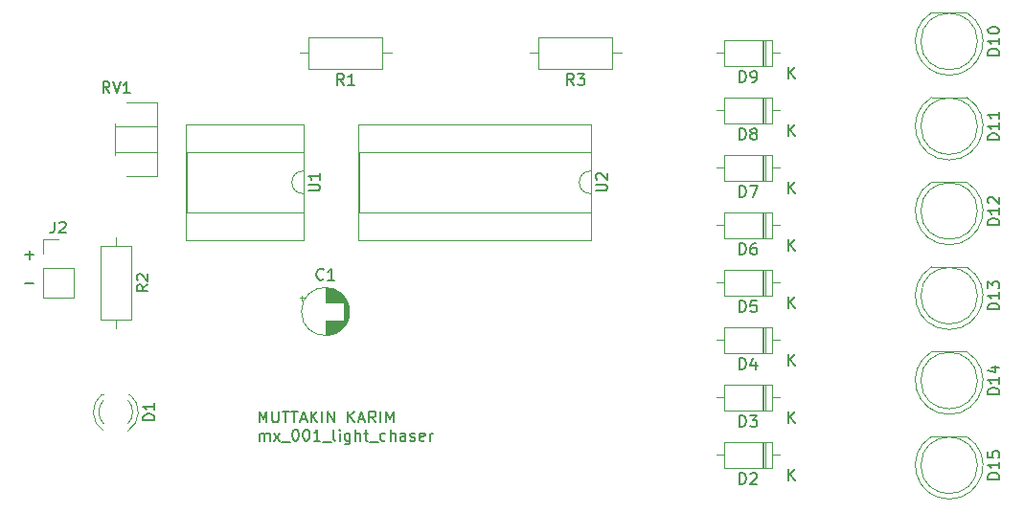
<source format=gbr>
%TF.GenerationSoftware,KiCad,Pcbnew,7.0.1-3b83917a11~172~ubuntu22.04.1*%
%TF.CreationDate,2023-04-27T17:22:44+02:00*%
%TF.ProjectId,knight_rider,6b6e6967-6874-45f7-9269-6465722e6b69,rev?*%
%TF.SameCoordinates,Original*%
%TF.FileFunction,Legend,Top*%
%TF.FilePolarity,Positive*%
%FSLAX46Y46*%
G04 Gerber Fmt 4.6, Leading zero omitted, Abs format (unit mm)*
G04 Created by KiCad (PCBNEW 7.0.1-3b83917a11~172~ubuntu22.04.1) date 2023-04-27 17:22:44*
%MOMM*%
%LPD*%
G01*
G04 APERTURE LIST*
%ADD10C,0.150000*%
%ADD11C,0.120000*%
G04 APERTURE END LIST*
D10*
X14859048Y-99141666D02*
X15620953Y-99141666D01*
X35537143Y-111412619D02*
X35537143Y-110412619D01*
X35537143Y-110412619D02*
X35870476Y-111126904D01*
X35870476Y-111126904D02*
X36203809Y-110412619D01*
X36203809Y-110412619D02*
X36203809Y-111412619D01*
X36680000Y-110412619D02*
X36680000Y-111222142D01*
X36680000Y-111222142D02*
X36727619Y-111317380D01*
X36727619Y-111317380D02*
X36775238Y-111365000D01*
X36775238Y-111365000D02*
X36870476Y-111412619D01*
X36870476Y-111412619D02*
X37060952Y-111412619D01*
X37060952Y-111412619D02*
X37156190Y-111365000D01*
X37156190Y-111365000D02*
X37203809Y-111317380D01*
X37203809Y-111317380D02*
X37251428Y-111222142D01*
X37251428Y-111222142D02*
X37251428Y-110412619D01*
X37584762Y-110412619D02*
X38156190Y-110412619D01*
X37870476Y-111412619D02*
X37870476Y-110412619D01*
X38346667Y-110412619D02*
X38918095Y-110412619D01*
X38632381Y-111412619D02*
X38632381Y-110412619D01*
X39203810Y-111126904D02*
X39680000Y-111126904D01*
X39108572Y-111412619D02*
X39441905Y-110412619D01*
X39441905Y-110412619D02*
X39775238Y-111412619D01*
X40108572Y-111412619D02*
X40108572Y-110412619D01*
X40680000Y-111412619D02*
X40251429Y-110841190D01*
X40680000Y-110412619D02*
X40108572Y-110984047D01*
X41108572Y-111412619D02*
X41108572Y-110412619D01*
X41584762Y-111412619D02*
X41584762Y-110412619D01*
X41584762Y-110412619D02*
X42156190Y-111412619D01*
X42156190Y-111412619D02*
X42156190Y-110412619D01*
X43394286Y-111412619D02*
X43394286Y-110412619D01*
X43965714Y-111412619D02*
X43537143Y-110841190D01*
X43965714Y-110412619D02*
X43394286Y-110984047D01*
X44346667Y-111126904D02*
X44822857Y-111126904D01*
X44251429Y-111412619D02*
X44584762Y-110412619D01*
X44584762Y-110412619D02*
X44918095Y-111412619D01*
X45822857Y-111412619D02*
X45489524Y-110936428D01*
X45251429Y-111412619D02*
X45251429Y-110412619D01*
X45251429Y-110412619D02*
X45632381Y-110412619D01*
X45632381Y-110412619D02*
X45727619Y-110460238D01*
X45727619Y-110460238D02*
X45775238Y-110507857D01*
X45775238Y-110507857D02*
X45822857Y-110603095D01*
X45822857Y-110603095D02*
X45822857Y-110745952D01*
X45822857Y-110745952D02*
X45775238Y-110841190D01*
X45775238Y-110841190D02*
X45727619Y-110888809D01*
X45727619Y-110888809D02*
X45632381Y-110936428D01*
X45632381Y-110936428D02*
X45251429Y-110936428D01*
X46251429Y-111412619D02*
X46251429Y-110412619D01*
X46727619Y-111412619D02*
X46727619Y-110412619D01*
X46727619Y-110412619D02*
X47060952Y-111126904D01*
X47060952Y-111126904D02*
X47394285Y-110412619D01*
X47394285Y-110412619D02*
X47394285Y-111412619D01*
X35608570Y-113032619D02*
X35608570Y-112365952D01*
X35608570Y-112461190D02*
X35656189Y-112413571D01*
X35656189Y-112413571D02*
X35751427Y-112365952D01*
X35751427Y-112365952D02*
X35894284Y-112365952D01*
X35894284Y-112365952D02*
X35989522Y-112413571D01*
X35989522Y-112413571D02*
X36037141Y-112508809D01*
X36037141Y-112508809D02*
X36037141Y-113032619D01*
X36037141Y-112508809D02*
X36084760Y-112413571D01*
X36084760Y-112413571D02*
X36179998Y-112365952D01*
X36179998Y-112365952D02*
X36322855Y-112365952D01*
X36322855Y-112365952D02*
X36418094Y-112413571D01*
X36418094Y-112413571D02*
X36465713Y-112508809D01*
X36465713Y-112508809D02*
X36465713Y-113032619D01*
X36846665Y-113032619D02*
X37370474Y-112365952D01*
X36846665Y-112365952D02*
X37370474Y-113032619D01*
X37513332Y-113127857D02*
X38275236Y-113127857D01*
X38703808Y-112032619D02*
X38799046Y-112032619D01*
X38799046Y-112032619D02*
X38894284Y-112080238D01*
X38894284Y-112080238D02*
X38941903Y-112127857D01*
X38941903Y-112127857D02*
X38989522Y-112223095D01*
X38989522Y-112223095D02*
X39037141Y-112413571D01*
X39037141Y-112413571D02*
X39037141Y-112651666D01*
X39037141Y-112651666D02*
X38989522Y-112842142D01*
X38989522Y-112842142D02*
X38941903Y-112937380D01*
X38941903Y-112937380D02*
X38894284Y-112985000D01*
X38894284Y-112985000D02*
X38799046Y-113032619D01*
X38799046Y-113032619D02*
X38703808Y-113032619D01*
X38703808Y-113032619D02*
X38608570Y-112985000D01*
X38608570Y-112985000D02*
X38560951Y-112937380D01*
X38560951Y-112937380D02*
X38513332Y-112842142D01*
X38513332Y-112842142D02*
X38465713Y-112651666D01*
X38465713Y-112651666D02*
X38465713Y-112413571D01*
X38465713Y-112413571D02*
X38513332Y-112223095D01*
X38513332Y-112223095D02*
X38560951Y-112127857D01*
X38560951Y-112127857D02*
X38608570Y-112080238D01*
X38608570Y-112080238D02*
X38703808Y-112032619D01*
X39656189Y-112032619D02*
X39751427Y-112032619D01*
X39751427Y-112032619D02*
X39846665Y-112080238D01*
X39846665Y-112080238D02*
X39894284Y-112127857D01*
X39894284Y-112127857D02*
X39941903Y-112223095D01*
X39941903Y-112223095D02*
X39989522Y-112413571D01*
X39989522Y-112413571D02*
X39989522Y-112651666D01*
X39989522Y-112651666D02*
X39941903Y-112842142D01*
X39941903Y-112842142D02*
X39894284Y-112937380D01*
X39894284Y-112937380D02*
X39846665Y-112985000D01*
X39846665Y-112985000D02*
X39751427Y-113032619D01*
X39751427Y-113032619D02*
X39656189Y-113032619D01*
X39656189Y-113032619D02*
X39560951Y-112985000D01*
X39560951Y-112985000D02*
X39513332Y-112937380D01*
X39513332Y-112937380D02*
X39465713Y-112842142D01*
X39465713Y-112842142D02*
X39418094Y-112651666D01*
X39418094Y-112651666D02*
X39418094Y-112413571D01*
X39418094Y-112413571D02*
X39465713Y-112223095D01*
X39465713Y-112223095D02*
X39513332Y-112127857D01*
X39513332Y-112127857D02*
X39560951Y-112080238D01*
X39560951Y-112080238D02*
X39656189Y-112032619D01*
X40941903Y-113032619D02*
X40370475Y-113032619D01*
X40656189Y-113032619D02*
X40656189Y-112032619D01*
X40656189Y-112032619D02*
X40560951Y-112175476D01*
X40560951Y-112175476D02*
X40465713Y-112270714D01*
X40465713Y-112270714D02*
X40370475Y-112318333D01*
X41132380Y-113127857D02*
X41894284Y-113127857D01*
X42275237Y-113032619D02*
X42179999Y-112985000D01*
X42179999Y-112985000D02*
X42132380Y-112889761D01*
X42132380Y-112889761D02*
X42132380Y-112032619D01*
X42656190Y-113032619D02*
X42656190Y-112365952D01*
X42656190Y-112032619D02*
X42608571Y-112080238D01*
X42608571Y-112080238D02*
X42656190Y-112127857D01*
X42656190Y-112127857D02*
X42703809Y-112080238D01*
X42703809Y-112080238D02*
X42656190Y-112032619D01*
X42656190Y-112032619D02*
X42656190Y-112127857D01*
X43560951Y-112365952D02*
X43560951Y-113175476D01*
X43560951Y-113175476D02*
X43513332Y-113270714D01*
X43513332Y-113270714D02*
X43465713Y-113318333D01*
X43465713Y-113318333D02*
X43370475Y-113365952D01*
X43370475Y-113365952D02*
X43227618Y-113365952D01*
X43227618Y-113365952D02*
X43132380Y-113318333D01*
X43560951Y-112985000D02*
X43465713Y-113032619D01*
X43465713Y-113032619D02*
X43275237Y-113032619D01*
X43275237Y-113032619D02*
X43179999Y-112985000D01*
X43179999Y-112985000D02*
X43132380Y-112937380D01*
X43132380Y-112937380D02*
X43084761Y-112842142D01*
X43084761Y-112842142D02*
X43084761Y-112556428D01*
X43084761Y-112556428D02*
X43132380Y-112461190D01*
X43132380Y-112461190D02*
X43179999Y-112413571D01*
X43179999Y-112413571D02*
X43275237Y-112365952D01*
X43275237Y-112365952D02*
X43465713Y-112365952D01*
X43465713Y-112365952D02*
X43560951Y-112413571D01*
X44037142Y-113032619D02*
X44037142Y-112032619D01*
X44465713Y-113032619D02*
X44465713Y-112508809D01*
X44465713Y-112508809D02*
X44418094Y-112413571D01*
X44418094Y-112413571D02*
X44322856Y-112365952D01*
X44322856Y-112365952D02*
X44179999Y-112365952D01*
X44179999Y-112365952D02*
X44084761Y-112413571D01*
X44084761Y-112413571D02*
X44037142Y-112461190D01*
X44799047Y-112365952D02*
X45179999Y-112365952D01*
X44941904Y-112032619D02*
X44941904Y-112889761D01*
X44941904Y-112889761D02*
X44989523Y-112985000D01*
X44989523Y-112985000D02*
X45084761Y-113032619D01*
X45084761Y-113032619D02*
X45179999Y-113032619D01*
X45275238Y-113127857D02*
X46037142Y-113127857D01*
X46703809Y-112985000D02*
X46608571Y-113032619D01*
X46608571Y-113032619D02*
X46418095Y-113032619D01*
X46418095Y-113032619D02*
X46322857Y-112985000D01*
X46322857Y-112985000D02*
X46275238Y-112937380D01*
X46275238Y-112937380D02*
X46227619Y-112842142D01*
X46227619Y-112842142D02*
X46227619Y-112556428D01*
X46227619Y-112556428D02*
X46275238Y-112461190D01*
X46275238Y-112461190D02*
X46322857Y-112413571D01*
X46322857Y-112413571D02*
X46418095Y-112365952D01*
X46418095Y-112365952D02*
X46608571Y-112365952D01*
X46608571Y-112365952D02*
X46703809Y-112413571D01*
X47132381Y-113032619D02*
X47132381Y-112032619D01*
X47560952Y-113032619D02*
X47560952Y-112508809D01*
X47560952Y-112508809D02*
X47513333Y-112413571D01*
X47513333Y-112413571D02*
X47418095Y-112365952D01*
X47418095Y-112365952D02*
X47275238Y-112365952D01*
X47275238Y-112365952D02*
X47180000Y-112413571D01*
X47180000Y-112413571D02*
X47132381Y-112461190D01*
X48465714Y-113032619D02*
X48465714Y-112508809D01*
X48465714Y-112508809D02*
X48418095Y-112413571D01*
X48418095Y-112413571D02*
X48322857Y-112365952D01*
X48322857Y-112365952D02*
X48132381Y-112365952D01*
X48132381Y-112365952D02*
X48037143Y-112413571D01*
X48465714Y-112985000D02*
X48370476Y-113032619D01*
X48370476Y-113032619D02*
X48132381Y-113032619D01*
X48132381Y-113032619D02*
X48037143Y-112985000D01*
X48037143Y-112985000D02*
X47989524Y-112889761D01*
X47989524Y-112889761D02*
X47989524Y-112794523D01*
X47989524Y-112794523D02*
X48037143Y-112699285D01*
X48037143Y-112699285D02*
X48132381Y-112651666D01*
X48132381Y-112651666D02*
X48370476Y-112651666D01*
X48370476Y-112651666D02*
X48465714Y-112604047D01*
X48894286Y-112985000D02*
X48989524Y-113032619D01*
X48989524Y-113032619D02*
X49180000Y-113032619D01*
X49180000Y-113032619D02*
X49275238Y-112985000D01*
X49275238Y-112985000D02*
X49322857Y-112889761D01*
X49322857Y-112889761D02*
X49322857Y-112842142D01*
X49322857Y-112842142D02*
X49275238Y-112746904D01*
X49275238Y-112746904D02*
X49180000Y-112699285D01*
X49180000Y-112699285D02*
X49037143Y-112699285D01*
X49037143Y-112699285D02*
X48941905Y-112651666D01*
X48941905Y-112651666D02*
X48894286Y-112556428D01*
X48894286Y-112556428D02*
X48894286Y-112508809D01*
X48894286Y-112508809D02*
X48941905Y-112413571D01*
X48941905Y-112413571D02*
X49037143Y-112365952D01*
X49037143Y-112365952D02*
X49180000Y-112365952D01*
X49180000Y-112365952D02*
X49275238Y-112413571D01*
X50132381Y-112985000D02*
X50037143Y-113032619D01*
X50037143Y-113032619D02*
X49846667Y-113032619D01*
X49846667Y-113032619D02*
X49751429Y-112985000D01*
X49751429Y-112985000D02*
X49703810Y-112889761D01*
X49703810Y-112889761D02*
X49703810Y-112508809D01*
X49703810Y-112508809D02*
X49751429Y-112413571D01*
X49751429Y-112413571D02*
X49846667Y-112365952D01*
X49846667Y-112365952D02*
X50037143Y-112365952D01*
X50037143Y-112365952D02*
X50132381Y-112413571D01*
X50132381Y-112413571D02*
X50180000Y-112508809D01*
X50180000Y-112508809D02*
X50180000Y-112604047D01*
X50180000Y-112604047D02*
X49703810Y-112699285D01*
X50608572Y-113032619D02*
X50608572Y-112365952D01*
X50608572Y-112556428D02*
X50656191Y-112461190D01*
X50656191Y-112461190D02*
X50703810Y-112413571D01*
X50703810Y-112413571D02*
X50799048Y-112365952D01*
X50799048Y-112365952D02*
X50894286Y-112365952D01*
X14859048Y-96601666D02*
X15620953Y-96601666D01*
X15240000Y-96982619D02*
X15240000Y-96220714D01*
%TO.C,D14*%
X100942619Y-108924285D02*
X99942619Y-108924285D01*
X99942619Y-108924285D02*
X99942619Y-108686190D01*
X99942619Y-108686190D02*
X99990238Y-108543333D01*
X99990238Y-108543333D02*
X100085476Y-108448095D01*
X100085476Y-108448095D02*
X100180714Y-108400476D01*
X100180714Y-108400476D02*
X100371190Y-108352857D01*
X100371190Y-108352857D02*
X100514047Y-108352857D01*
X100514047Y-108352857D02*
X100704523Y-108400476D01*
X100704523Y-108400476D02*
X100799761Y-108448095D01*
X100799761Y-108448095D02*
X100895000Y-108543333D01*
X100895000Y-108543333D02*
X100942619Y-108686190D01*
X100942619Y-108686190D02*
X100942619Y-108924285D01*
X100942619Y-107400476D02*
X100942619Y-107971904D01*
X100942619Y-107686190D02*
X99942619Y-107686190D01*
X99942619Y-107686190D02*
X100085476Y-107781428D01*
X100085476Y-107781428D02*
X100180714Y-107876666D01*
X100180714Y-107876666D02*
X100228333Y-107971904D01*
X100275952Y-106543333D02*
X100942619Y-106543333D01*
X99895000Y-106781428D02*
X100609285Y-107019523D01*
X100609285Y-107019523D02*
X100609285Y-106400476D01*
%TO.C,U1*%
X39892619Y-90931904D02*
X40702142Y-90931904D01*
X40702142Y-90931904D02*
X40797380Y-90884285D01*
X40797380Y-90884285D02*
X40845000Y-90836666D01*
X40845000Y-90836666D02*
X40892619Y-90741428D01*
X40892619Y-90741428D02*
X40892619Y-90550952D01*
X40892619Y-90550952D02*
X40845000Y-90455714D01*
X40845000Y-90455714D02*
X40797380Y-90408095D01*
X40797380Y-90408095D02*
X40702142Y-90360476D01*
X40702142Y-90360476D02*
X39892619Y-90360476D01*
X40892619Y-89360476D02*
X40892619Y-89931904D01*
X40892619Y-89646190D02*
X39892619Y-89646190D01*
X39892619Y-89646190D02*
X40035476Y-89741428D01*
X40035476Y-89741428D02*
X40130714Y-89836666D01*
X40130714Y-89836666D02*
X40178333Y-89931904D01*
%TO.C,D7*%
X78001905Y-91482619D02*
X78001905Y-90482619D01*
X78001905Y-90482619D02*
X78240000Y-90482619D01*
X78240000Y-90482619D02*
X78382857Y-90530238D01*
X78382857Y-90530238D02*
X78478095Y-90625476D01*
X78478095Y-90625476D02*
X78525714Y-90720714D01*
X78525714Y-90720714D02*
X78573333Y-90911190D01*
X78573333Y-90911190D02*
X78573333Y-91054047D01*
X78573333Y-91054047D02*
X78525714Y-91244523D01*
X78525714Y-91244523D02*
X78478095Y-91339761D01*
X78478095Y-91339761D02*
X78382857Y-91435000D01*
X78382857Y-91435000D02*
X78240000Y-91482619D01*
X78240000Y-91482619D02*
X78001905Y-91482619D01*
X78906667Y-90482619D02*
X79573333Y-90482619D01*
X79573333Y-90482619D02*
X79144762Y-91482619D01*
X82288095Y-91162619D02*
X82288095Y-90162619D01*
X82859523Y-91162619D02*
X82430952Y-90591190D01*
X82859523Y-90162619D02*
X82288095Y-90734047D01*
%TO.C,D5*%
X78001905Y-101642619D02*
X78001905Y-100642619D01*
X78001905Y-100642619D02*
X78240000Y-100642619D01*
X78240000Y-100642619D02*
X78382857Y-100690238D01*
X78382857Y-100690238D02*
X78478095Y-100785476D01*
X78478095Y-100785476D02*
X78525714Y-100880714D01*
X78525714Y-100880714D02*
X78573333Y-101071190D01*
X78573333Y-101071190D02*
X78573333Y-101214047D01*
X78573333Y-101214047D02*
X78525714Y-101404523D01*
X78525714Y-101404523D02*
X78478095Y-101499761D01*
X78478095Y-101499761D02*
X78382857Y-101595000D01*
X78382857Y-101595000D02*
X78240000Y-101642619D01*
X78240000Y-101642619D02*
X78001905Y-101642619D01*
X79478095Y-100642619D02*
X79001905Y-100642619D01*
X79001905Y-100642619D02*
X78954286Y-101118809D01*
X78954286Y-101118809D02*
X79001905Y-101071190D01*
X79001905Y-101071190D02*
X79097143Y-101023571D01*
X79097143Y-101023571D02*
X79335238Y-101023571D01*
X79335238Y-101023571D02*
X79430476Y-101071190D01*
X79430476Y-101071190D02*
X79478095Y-101118809D01*
X79478095Y-101118809D02*
X79525714Y-101214047D01*
X79525714Y-101214047D02*
X79525714Y-101452142D01*
X79525714Y-101452142D02*
X79478095Y-101547380D01*
X79478095Y-101547380D02*
X79430476Y-101595000D01*
X79430476Y-101595000D02*
X79335238Y-101642619D01*
X79335238Y-101642619D02*
X79097143Y-101642619D01*
X79097143Y-101642619D02*
X79001905Y-101595000D01*
X79001905Y-101595000D02*
X78954286Y-101547380D01*
X82288095Y-101322619D02*
X82288095Y-100322619D01*
X82859523Y-101322619D02*
X82430952Y-100751190D01*
X82859523Y-100322619D02*
X82288095Y-100894047D01*
%TO.C,D12*%
X100942619Y-93924285D02*
X99942619Y-93924285D01*
X99942619Y-93924285D02*
X99942619Y-93686190D01*
X99942619Y-93686190D02*
X99990238Y-93543333D01*
X99990238Y-93543333D02*
X100085476Y-93448095D01*
X100085476Y-93448095D02*
X100180714Y-93400476D01*
X100180714Y-93400476D02*
X100371190Y-93352857D01*
X100371190Y-93352857D02*
X100514047Y-93352857D01*
X100514047Y-93352857D02*
X100704523Y-93400476D01*
X100704523Y-93400476D02*
X100799761Y-93448095D01*
X100799761Y-93448095D02*
X100895000Y-93543333D01*
X100895000Y-93543333D02*
X100942619Y-93686190D01*
X100942619Y-93686190D02*
X100942619Y-93924285D01*
X100942619Y-92400476D02*
X100942619Y-92971904D01*
X100942619Y-92686190D02*
X99942619Y-92686190D01*
X99942619Y-92686190D02*
X100085476Y-92781428D01*
X100085476Y-92781428D02*
X100180714Y-92876666D01*
X100180714Y-92876666D02*
X100228333Y-92971904D01*
X100037857Y-92019523D02*
X99990238Y-91971904D01*
X99990238Y-91971904D02*
X99942619Y-91876666D01*
X99942619Y-91876666D02*
X99942619Y-91638571D01*
X99942619Y-91638571D02*
X99990238Y-91543333D01*
X99990238Y-91543333D02*
X100037857Y-91495714D01*
X100037857Y-91495714D02*
X100133095Y-91448095D01*
X100133095Y-91448095D02*
X100228333Y-91448095D01*
X100228333Y-91448095D02*
X100371190Y-91495714D01*
X100371190Y-91495714D02*
X100942619Y-92067142D01*
X100942619Y-92067142D02*
X100942619Y-91448095D01*
%TO.C,D8*%
X78001905Y-86402619D02*
X78001905Y-85402619D01*
X78001905Y-85402619D02*
X78240000Y-85402619D01*
X78240000Y-85402619D02*
X78382857Y-85450238D01*
X78382857Y-85450238D02*
X78478095Y-85545476D01*
X78478095Y-85545476D02*
X78525714Y-85640714D01*
X78525714Y-85640714D02*
X78573333Y-85831190D01*
X78573333Y-85831190D02*
X78573333Y-85974047D01*
X78573333Y-85974047D02*
X78525714Y-86164523D01*
X78525714Y-86164523D02*
X78478095Y-86259761D01*
X78478095Y-86259761D02*
X78382857Y-86355000D01*
X78382857Y-86355000D02*
X78240000Y-86402619D01*
X78240000Y-86402619D02*
X78001905Y-86402619D01*
X79144762Y-85831190D02*
X79049524Y-85783571D01*
X79049524Y-85783571D02*
X79001905Y-85735952D01*
X79001905Y-85735952D02*
X78954286Y-85640714D01*
X78954286Y-85640714D02*
X78954286Y-85593095D01*
X78954286Y-85593095D02*
X79001905Y-85497857D01*
X79001905Y-85497857D02*
X79049524Y-85450238D01*
X79049524Y-85450238D02*
X79144762Y-85402619D01*
X79144762Y-85402619D02*
X79335238Y-85402619D01*
X79335238Y-85402619D02*
X79430476Y-85450238D01*
X79430476Y-85450238D02*
X79478095Y-85497857D01*
X79478095Y-85497857D02*
X79525714Y-85593095D01*
X79525714Y-85593095D02*
X79525714Y-85640714D01*
X79525714Y-85640714D02*
X79478095Y-85735952D01*
X79478095Y-85735952D02*
X79430476Y-85783571D01*
X79430476Y-85783571D02*
X79335238Y-85831190D01*
X79335238Y-85831190D02*
X79144762Y-85831190D01*
X79144762Y-85831190D02*
X79049524Y-85878809D01*
X79049524Y-85878809D02*
X79001905Y-85926428D01*
X79001905Y-85926428D02*
X78954286Y-86021666D01*
X78954286Y-86021666D02*
X78954286Y-86212142D01*
X78954286Y-86212142D02*
X79001905Y-86307380D01*
X79001905Y-86307380D02*
X79049524Y-86355000D01*
X79049524Y-86355000D02*
X79144762Y-86402619D01*
X79144762Y-86402619D02*
X79335238Y-86402619D01*
X79335238Y-86402619D02*
X79430476Y-86355000D01*
X79430476Y-86355000D02*
X79478095Y-86307380D01*
X79478095Y-86307380D02*
X79525714Y-86212142D01*
X79525714Y-86212142D02*
X79525714Y-86021666D01*
X79525714Y-86021666D02*
X79478095Y-85926428D01*
X79478095Y-85926428D02*
X79430476Y-85878809D01*
X79430476Y-85878809D02*
X79335238Y-85831190D01*
X82288095Y-86082619D02*
X82288095Y-85082619D01*
X82859523Y-86082619D02*
X82430952Y-85511190D01*
X82859523Y-85082619D02*
X82288095Y-85654047D01*
%TO.C,R2*%
X25692619Y-99226666D02*
X25216428Y-99559999D01*
X25692619Y-99798094D02*
X24692619Y-99798094D01*
X24692619Y-99798094D02*
X24692619Y-99417142D01*
X24692619Y-99417142D02*
X24740238Y-99321904D01*
X24740238Y-99321904D02*
X24787857Y-99274285D01*
X24787857Y-99274285D02*
X24883095Y-99226666D01*
X24883095Y-99226666D02*
X25025952Y-99226666D01*
X25025952Y-99226666D02*
X25121190Y-99274285D01*
X25121190Y-99274285D02*
X25168809Y-99321904D01*
X25168809Y-99321904D02*
X25216428Y-99417142D01*
X25216428Y-99417142D02*
X25216428Y-99798094D01*
X24787857Y-98845713D02*
X24740238Y-98798094D01*
X24740238Y-98798094D02*
X24692619Y-98702856D01*
X24692619Y-98702856D02*
X24692619Y-98464761D01*
X24692619Y-98464761D02*
X24740238Y-98369523D01*
X24740238Y-98369523D02*
X24787857Y-98321904D01*
X24787857Y-98321904D02*
X24883095Y-98274285D01*
X24883095Y-98274285D02*
X24978333Y-98274285D01*
X24978333Y-98274285D02*
X25121190Y-98321904D01*
X25121190Y-98321904D02*
X25692619Y-98893332D01*
X25692619Y-98893332D02*
X25692619Y-98274285D01*
%TO.C,D13*%
X100942619Y-101424285D02*
X99942619Y-101424285D01*
X99942619Y-101424285D02*
X99942619Y-101186190D01*
X99942619Y-101186190D02*
X99990238Y-101043333D01*
X99990238Y-101043333D02*
X100085476Y-100948095D01*
X100085476Y-100948095D02*
X100180714Y-100900476D01*
X100180714Y-100900476D02*
X100371190Y-100852857D01*
X100371190Y-100852857D02*
X100514047Y-100852857D01*
X100514047Y-100852857D02*
X100704523Y-100900476D01*
X100704523Y-100900476D02*
X100799761Y-100948095D01*
X100799761Y-100948095D02*
X100895000Y-101043333D01*
X100895000Y-101043333D02*
X100942619Y-101186190D01*
X100942619Y-101186190D02*
X100942619Y-101424285D01*
X100942619Y-99900476D02*
X100942619Y-100471904D01*
X100942619Y-100186190D02*
X99942619Y-100186190D01*
X99942619Y-100186190D02*
X100085476Y-100281428D01*
X100085476Y-100281428D02*
X100180714Y-100376666D01*
X100180714Y-100376666D02*
X100228333Y-100471904D01*
X99942619Y-99567142D02*
X99942619Y-98948095D01*
X99942619Y-98948095D02*
X100323571Y-99281428D01*
X100323571Y-99281428D02*
X100323571Y-99138571D01*
X100323571Y-99138571D02*
X100371190Y-99043333D01*
X100371190Y-99043333D02*
X100418809Y-98995714D01*
X100418809Y-98995714D02*
X100514047Y-98948095D01*
X100514047Y-98948095D02*
X100752142Y-98948095D01*
X100752142Y-98948095D02*
X100847380Y-98995714D01*
X100847380Y-98995714D02*
X100895000Y-99043333D01*
X100895000Y-99043333D02*
X100942619Y-99138571D01*
X100942619Y-99138571D02*
X100942619Y-99424285D01*
X100942619Y-99424285D02*
X100895000Y-99519523D01*
X100895000Y-99519523D02*
X100847380Y-99567142D01*
%TO.C,D3*%
X78001905Y-111802619D02*
X78001905Y-110802619D01*
X78001905Y-110802619D02*
X78240000Y-110802619D01*
X78240000Y-110802619D02*
X78382857Y-110850238D01*
X78382857Y-110850238D02*
X78478095Y-110945476D01*
X78478095Y-110945476D02*
X78525714Y-111040714D01*
X78525714Y-111040714D02*
X78573333Y-111231190D01*
X78573333Y-111231190D02*
X78573333Y-111374047D01*
X78573333Y-111374047D02*
X78525714Y-111564523D01*
X78525714Y-111564523D02*
X78478095Y-111659761D01*
X78478095Y-111659761D02*
X78382857Y-111755000D01*
X78382857Y-111755000D02*
X78240000Y-111802619D01*
X78240000Y-111802619D02*
X78001905Y-111802619D01*
X78906667Y-110802619D02*
X79525714Y-110802619D01*
X79525714Y-110802619D02*
X79192381Y-111183571D01*
X79192381Y-111183571D02*
X79335238Y-111183571D01*
X79335238Y-111183571D02*
X79430476Y-111231190D01*
X79430476Y-111231190D02*
X79478095Y-111278809D01*
X79478095Y-111278809D02*
X79525714Y-111374047D01*
X79525714Y-111374047D02*
X79525714Y-111612142D01*
X79525714Y-111612142D02*
X79478095Y-111707380D01*
X79478095Y-111707380D02*
X79430476Y-111755000D01*
X79430476Y-111755000D02*
X79335238Y-111802619D01*
X79335238Y-111802619D02*
X79049524Y-111802619D01*
X79049524Y-111802619D02*
X78954286Y-111755000D01*
X78954286Y-111755000D02*
X78906667Y-111707380D01*
X82288095Y-111482619D02*
X82288095Y-110482619D01*
X82859523Y-111482619D02*
X82430952Y-110911190D01*
X82859523Y-110482619D02*
X82288095Y-111054047D01*
%TO.C,C1*%
X41223333Y-98717380D02*
X41175714Y-98765000D01*
X41175714Y-98765000D02*
X41032857Y-98812619D01*
X41032857Y-98812619D02*
X40937619Y-98812619D01*
X40937619Y-98812619D02*
X40794762Y-98765000D01*
X40794762Y-98765000D02*
X40699524Y-98669761D01*
X40699524Y-98669761D02*
X40651905Y-98574523D01*
X40651905Y-98574523D02*
X40604286Y-98384047D01*
X40604286Y-98384047D02*
X40604286Y-98241190D01*
X40604286Y-98241190D02*
X40651905Y-98050714D01*
X40651905Y-98050714D02*
X40699524Y-97955476D01*
X40699524Y-97955476D02*
X40794762Y-97860238D01*
X40794762Y-97860238D02*
X40937619Y-97812619D01*
X40937619Y-97812619D02*
X41032857Y-97812619D01*
X41032857Y-97812619D02*
X41175714Y-97860238D01*
X41175714Y-97860238D02*
X41223333Y-97907857D01*
X42175714Y-98812619D02*
X41604286Y-98812619D01*
X41890000Y-98812619D02*
X41890000Y-97812619D01*
X41890000Y-97812619D02*
X41794762Y-97955476D01*
X41794762Y-97955476D02*
X41699524Y-98050714D01*
X41699524Y-98050714D02*
X41604286Y-98098333D01*
%TO.C,D11*%
X100942619Y-86424285D02*
X99942619Y-86424285D01*
X99942619Y-86424285D02*
X99942619Y-86186190D01*
X99942619Y-86186190D02*
X99990238Y-86043333D01*
X99990238Y-86043333D02*
X100085476Y-85948095D01*
X100085476Y-85948095D02*
X100180714Y-85900476D01*
X100180714Y-85900476D02*
X100371190Y-85852857D01*
X100371190Y-85852857D02*
X100514047Y-85852857D01*
X100514047Y-85852857D02*
X100704523Y-85900476D01*
X100704523Y-85900476D02*
X100799761Y-85948095D01*
X100799761Y-85948095D02*
X100895000Y-86043333D01*
X100895000Y-86043333D02*
X100942619Y-86186190D01*
X100942619Y-86186190D02*
X100942619Y-86424285D01*
X100942619Y-84900476D02*
X100942619Y-85471904D01*
X100942619Y-85186190D02*
X99942619Y-85186190D01*
X99942619Y-85186190D02*
X100085476Y-85281428D01*
X100085476Y-85281428D02*
X100180714Y-85376666D01*
X100180714Y-85376666D02*
X100228333Y-85471904D01*
X100942619Y-83948095D02*
X100942619Y-84519523D01*
X100942619Y-84233809D02*
X99942619Y-84233809D01*
X99942619Y-84233809D02*
X100085476Y-84329047D01*
X100085476Y-84329047D02*
X100180714Y-84424285D01*
X100180714Y-84424285D02*
X100228333Y-84519523D01*
%TO.C,R1*%
X43013333Y-81572619D02*
X42680000Y-81096428D01*
X42441905Y-81572619D02*
X42441905Y-80572619D01*
X42441905Y-80572619D02*
X42822857Y-80572619D01*
X42822857Y-80572619D02*
X42918095Y-80620238D01*
X42918095Y-80620238D02*
X42965714Y-80667857D01*
X42965714Y-80667857D02*
X43013333Y-80763095D01*
X43013333Y-80763095D02*
X43013333Y-80905952D01*
X43013333Y-80905952D02*
X42965714Y-81001190D01*
X42965714Y-81001190D02*
X42918095Y-81048809D01*
X42918095Y-81048809D02*
X42822857Y-81096428D01*
X42822857Y-81096428D02*
X42441905Y-81096428D01*
X43965714Y-81572619D02*
X43394286Y-81572619D01*
X43680000Y-81572619D02*
X43680000Y-80572619D01*
X43680000Y-80572619D02*
X43584762Y-80715476D01*
X43584762Y-80715476D02*
X43489524Y-80810714D01*
X43489524Y-80810714D02*
X43394286Y-80858333D01*
%TO.C,D15*%
X100942619Y-116424285D02*
X99942619Y-116424285D01*
X99942619Y-116424285D02*
X99942619Y-116186190D01*
X99942619Y-116186190D02*
X99990238Y-116043333D01*
X99990238Y-116043333D02*
X100085476Y-115948095D01*
X100085476Y-115948095D02*
X100180714Y-115900476D01*
X100180714Y-115900476D02*
X100371190Y-115852857D01*
X100371190Y-115852857D02*
X100514047Y-115852857D01*
X100514047Y-115852857D02*
X100704523Y-115900476D01*
X100704523Y-115900476D02*
X100799761Y-115948095D01*
X100799761Y-115948095D02*
X100895000Y-116043333D01*
X100895000Y-116043333D02*
X100942619Y-116186190D01*
X100942619Y-116186190D02*
X100942619Y-116424285D01*
X100942619Y-114900476D02*
X100942619Y-115471904D01*
X100942619Y-115186190D02*
X99942619Y-115186190D01*
X99942619Y-115186190D02*
X100085476Y-115281428D01*
X100085476Y-115281428D02*
X100180714Y-115376666D01*
X100180714Y-115376666D02*
X100228333Y-115471904D01*
X99942619Y-113995714D02*
X99942619Y-114471904D01*
X99942619Y-114471904D02*
X100418809Y-114519523D01*
X100418809Y-114519523D02*
X100371190Y-114471904D01*
X100371190Y-114471904D02*
X100323571Y-114376666D01*
X100323571Y-114376666D02*
X100323571Y-114138571D01*
X100323571Y-114138571D02*
X100371190Y-114043333D01*
X100371190Y-114043333D02*
X100418809Y-113995714D01*
X100418809Y-113995714D02*
X100514047Y-113948095D01*
X100514047Y-113948095D02*
X100752142Y-113948095D01*
X100752142Y-113948095D02*
X100847380Y-113995714D01*
X100847380Y-113995714D02*
X100895000Y-114043333D01*
X100895000Y-114043333D02*
X100942619Y-114138571D01*
X100942619Y-114138571D02*
X100942619Y-114376666D01*
X100942619Y-114376666D02*
X100895000Y-114471904D01*
X100895000Y-114471904D02*
X100847380Y-114519523D01*
%TO.C,U2*%
X65292619Y-90931904D02*
X66102142Y-90931904D01*
X66102142Y-90931904D02*
X66197380Y-90884285D01*
X66197380Y-90884285D02*
X66245000Y-90836666D01*
X66245000Y-90836666D02*
X66292619Y-90741428D01*
X66292619Y-90741428D02*
X66292619Y-90550952D01*
X66292619Y-90550952D02*
X66245000Y-90455714D01*
X66245000Y-90455714D02*
X66197380Y-90408095D01*
X66197380Y-90408095D02*
X66102142Y-90360476D01*
X66102142Y-90360476D02*
X65292619Y-90360476D01*
X65387857Y-89931904D02*
X65340238Y-89884285D01*
X65340238Y-89884285D02*
X65292619Y-89789047D01*
X65292619Y-89789047D02*
X65292619Y-89550952D01*
X65292619Y-89550952D02*
X65340238Y-89455714D01*
X65340238Y-89455714D02*
X65387857Y-89408095D01*
X65387857Y-89408095D02*
X65483095Y-89360476D01*
X65483095Y-89360476D02*
X65578333Y-89360476D01*
X65578333Y-89360476D02*
X65721190Y-89408095D01*
X65721190Y-89408095D02*
X66292619Y-89979523D01*
X66292619Y-89979523D02*
X66292619Y-89360476D01*
%TO.C,J2*%
X17446666Y-93652619D02*
X17446666Y-94366904D01*
X17446666Y-94366904D02*
X17399047Y-94509761D01*
X17399047Y-94509761D02*
X17303809Y-94605000D01*
X17303809Y-94605000D02*
X17160952Y-94652619D01*
X17160952Y-94652619D02*
X17065714Y-94652619D01*
X17875238Y-93747857D02*
X17922857Y-93700238D01*
X17922857Y-93700238D02*
X18018095Y-93652619D01*
X18018095Y-93652619D02*
X18256190Y-93652619D01*
X18256190Y-93652619D02*
X18351428Y-93700238D01*
X18351428Y-93700238D02*
X18399047Y-93747857D01*
X18399047Y-93747857D02*
X18446666Y-93843095D01*
X18446666Y-93843095D02*
X18446666Y-93938333D01*
X18446666Y-93938333D02*
X18399047Y-94081190D01*
X18399047Y-94081190D02*
X17827619Y-94652619D01*
X17827619Y-94652619D02*
X18446666Y-94652619D01*
%TO.C,R3*%
X63333333Y-81572619D02*
X63000000Y-81096428D01*
X62761905Y-81572619D02*
X62761905Y-80572619D01*
X62761905Y-80572619D02*
X63142857Y-80572619D01*
X63142857Y-80572619D02*
X63238095Y-80620238D01*
X63238095Y-80620238D02*
X63285714Y-80667857D01*
X63285714Y-80667857D02*
X63333333Y-80763095D01*
X63333333Y-80763095D02*
X63333333Y-80905952D01*
X63333333Y-80905952D02*
X63285714Y-81001190D01*
X63285714Y-81001190D02*
X63238095Y-81048809D01*
X63238095Y-81048809D02*
X63142857Y-81096428D01*
X63142857Y-81096428D02*
X62761905Y-81096428D01*
X63666667Y-80572619D02*
X64285714Y-80572619D01*
X64285714Y-80572619D02*
X63952381Y-80953571D01*
X63952381Y-80953571D02*
X64095238Y-80953571D01*
X64095238Y-80953571D02*
X64190476Y-81001190D01*
X64190476Y-81001190D02*
X64238095Y-81048809D01*
X64238095Y-81048809D02*
X64285714Y-81144047D01*
X64285714Y-81144047D02*
X64285714Y-81382142D01*
X64285714Y-81382142D02*
X64238095Y-81477380D01*
X64238095Y-81477380D02*
X64190476Y-81525000D01*
X64190476Y-81525000D02*
X64095238Y-81572619D01*
X64095238Y-81572619D02*
X63809524Y-81572619D01*
X63809524Y-81572619D02*
X63714286Y-81525000D01*
X63714286Y-81525000D02*
X63666667Y-81477380D01*
%TO.C,D9*%
X78001905Y-81322619D02*
X78001905Y-80322619D01*
X78001905Y-80322619D02*
X78240000Y-80322619D01*
X78240000Y-80322619D02*
X78382857Y-80370238D01*
X78382857Y-80370238D02*
X78478095Y-80465476D01*
X78478095Y-80465476D02*
X78525714Y-80560714D01*
X78525714Y-80560714D02*
X78573333Y-80751190D01*
X78573333Y-80751190D02*
X78573333Y-80894047D01*
X78573333Y-80894047D02*
X78525714Y-81084523D01*
X78525714Y-81084523D02*
X78478095Y-81179761D01*
X78478095Y-81179761D02*
X78382857Y-81275000D01*
X78382857Y-81275000D02*
X78240000Y-81322619D01*
X78240000Y-81322619D02*
X78001905Y-81322619D01*
X79049524Y-81322619D02*
X79240000Y-81322619D01*
X79240000Y-81322619D02*
X79335238Y-81275000D01*
X79335238Y-81275000D02*
X79382857Y-81227380D01*
X79382857Y-81227380D02*
X79478095Y-81084523D01*
X79478095Y-81084523D02*
X79525714Y-80894047D01*
X79525714Y-80894047D02*
X79525714Y-80513095D01*
X79525714Y-80513095D02*
X79478095Y-80417857D01*
X79478095Y-80417857D02*
X79430476Y-80370238D01*
X79430476Y-80370238D02*
X79335238Y-80322619D01*
X79335238Y-80322619D02*
X79144762Y-80322619D01*
X79144762Y-80322619D02*
X79049524Y-80370238D01*
X79049524Y-80370238D02*
X79001905Y-80417857D01*
X79001905Y-80417857D02*
X78954286Y-80513095D01*
X78954286Y-80513095D02*
X78954286Y-80751190D01*
X78954286Y-80751190D02*
X79001905Y-80846428D01*
X79001905Y-80846428D02*
X79049524Y-80894047D01*
X79049524Y-80894047D02*
X79144762Y-80941666D01*
X79144762Y-80941666D02*
X79335238Y-80941666D01*
X79335238Y-80941666D02*
X79430476Y-80894047D01*
X79430476Y-80894047D02*
X79478095Y-80846428D01*
X79478095Y-80846428D02*
X79525714Y-80751190D01*
X82288095Y-81002619D02*
X82288095Y-80002619D01*
X82859523Y-81002619D02*
X82430952Y-80431190D01*
X82859523Y-80002619D02*
X82288095Y-80574047D01*
%TO.C,D2*%
X78001905Y-116882619D02*
X78001905Y-115882619D01*
X78001905Y-115882619D02*
X78240000Y-115882619D01*
X78240000Y-115882619D02*
X78382857Y-115930238D01*
X78382857Y-115930238D02*
X78478095Y-116025476D01*
X78478095Y-116025476D02*
X78525714Y-116120714D01*
X78525714Y-116120714D02*
X78573333Y-116311190D01*
X78573333Y-116311190D02*
X78573333Y-116454047D01*
X78573333Y-116454047D02*
X78525714Y-116644523D01*
X78525714Y-116644523D02*
X78478095Y-116739761D01*
X78478095Y-116739761D02*
X78382857Y-116835000D01*
X78382857Y-116835000D02*
X78240000Y-116882619D01*
X78240000Y-116882619D02*
X78001905Y-116882619D01*
X78954286Y-115977857D02*
X79001905Y-115930238D01*
X79001905Y-115930238D02*
X79097143Y-115882619D01*
X79097143Y-115882619D02*
X79335238Y-115882619D01*
X79335238Y-115882619D02*
X79430476Y-115930238D01*
X79430476Y-115930238D02*
X79478095Y-115977857D01*
X79478095Y-115977857D02*
X79525714Y-116073095D01*
X79525714Y-116073095D02*
X79525714Y-116168333D01*
X79525714Y-116168333D02*
X79478095Y-116311190D01*
X79478095Y-116311190D02*
X78906667Y-116882619D01*
X78906667Y-116882619D02*
X79525714Y-116882619D01*
X82288095Y-116562619D02*
X82288095Y-115562619D01*
X82859523Y-116562619D02*
X82430952Y-115991190D01*
X82859523Y-115562619D02*
X82288095Y-116134047D01*
%TO.C,D10*%
X100942619Y-78924285D02*
X99942619Y-78924285D01*
X99942619Y-78924285D02*
X99942619Y-78686190D01*
X99942619Y-78686190D02*
X99990238Y-78543333D01*
X99990238Y-78543333D02*
X100085476Y-78448095D01*
X100085476Y-78448095D02*
X100180714Y-78400476D01*
X100180714Y-78400476D02*
X100371190Y-78352857D01*
X100371190Y-78352857D02*
X100514047Y-78352857D01*
X100514047Y-78352857D02*
X100704523Y-78400476D01*
X100704523Y-78400476D02*
X100799761Y-78448095D01*
X100799761Y-78448095D02*
X100895000Y-78543333D01*
X100895000Y-78543333D02*
X100942619Y-78686190D01*
X100942619Y-78686190D02*
X100942619Y-78924285D01*
X100942619Y-77400476D02*
X100942619Y-77971904D01*
X100942619Y-77686190D02*
X99942619Y-77686190D01*
X99942619Y-77686190D02*
X100085476Y-77781428D01*
X100085476Y-77781428D02*
X100180714Y-77876666D01*
X100180714Y-77876666D02*
X100228333Y-77971904D01*
X99942619Y-76781428D02*
X99942619Y-76686190D01*
X99942619Y-76686190D02*
X99990238Y-76590952D01*
X99990238Y-76590952D02*
X100037857Y-76543333D01*
X100037857Y-76543333D02*
X100133095Y-76495714D01*
X100133095Y-76495714D02*
X100323571Y-76448095D01*
X100323571Y-76448095D02*
X100561666Y-76448095D01*
X100561666Y-76448095D02*
X100752142Y-76495714D01*
X100752142Y-76495714D02*
X100847380Y-76543333D01*
X100847380Y-76543333D02*
X100895000Y-76590952D01*
X100895000Y-76590952D02*
X100942619Y-76686190D01*
X100942619Y-76686190D02*
X100942619Y-76781428D01*
X100942619Y-76781428D02*
X100895000Y-76876666D01*
X100895000Y-76876666D02*
X100847380Y-76924285D01*
X100847380Y-76924285D02*
X100752142Y-76971904D01*
X100752142Y-76971904D02*
X100561666Y-77019523D01*
X100561666Y-77019523D02*
X100323571Y-77019523D01*
X100323571Y-77019523D02*
X100133095Y-76971904D01*
X100133095Y-76971904D02*
X100037857Y-76924285D01*
X100037857Y-76924285D02*
X99990238Y-76876666D01*
X99990238Y-76876666D02*
X99942619Y-76781428D01*
%TO.C,RV1*%
X22304761Y-82262619D02*
X21971428Y-81786428D01*
X21733333Y-82262619D02*
X21733333Y-81262619D01*
X21733333Y-81262619D02*
X22114285Y-81262619D01*
X22114285Y-81262619D02*
X22209523Y-81310238D01*
X22209523Y-81310238D02*
X22257142Y-81357857D01*
X22257142Y-81357857D02*
X22304761Y-81453095D01*
X22304761Y-81453095D02*
X22304761Y-81595952D01*
X22304761Y-81595952D02*
X22257142Y-81691190D01*
X22257142Y-81691190D02*
X22209523Y-81738809D01*
X22209523Y-81738809D02*
X22114285Y-81786428D01*
X22114285Y-81786428D02*
X21733333Y-81786428D01*
X22590476Y-81262619D02*
X22923809Y-82262619D01*
X22923809Y-82262619D02*
X23257142Y-81262619D01*
X24114285Y-82262619D02*
X23542857Y-82262619D01*
X23828571Y-82262619D02*
X23828571Y-81262619D01*
X23828571Y-81262619D02*
X23733333Y-81405476D01*
X23733333Y-81405476D02*
X23638095Y-81500714D01*
X23638095Y-81500714D02*
X23542857Y-81548333D01*
%TO.C,D6*%
X78001905Y-96562619D02*
X78001905Y-95562619D01*
X78001905Y-95562619D02*
X78240000Y-95562619D01*
X78240000Y-95562619D02*
X78382857Y-95610238D01*
X78382857Y-95610238D02*
X78478095Y-95705476D01*
X78478095Y-95705476D02*
X78525714Y-95800714D01*
X78525714Y-95800714D02*
X78573333Y-95991190D01*
X78573333Y-95991190D02*
X78573333Y-96134047D01*
X78573333Y-96134047D02*
X78525714Y-96324523D01*
X78525714Y-96324523D02*
X78478095Y-96419761D01*
X78478095Y-96419761D02*
X78382857Y-96515000D01*
X78382857Y-96515000D02*
X78240000Y-96562619D01*
X78240000Y-96562619D02*
X78001905Y-96562619D01*
X79430476Y-95562619D02*
X79240000Y-95562619D01*
X79240000Y-95562619D02*
X79144762Y-95610238D01*
X79144762Y-95610238D02*
X79097143Y-95657857D01*
X79097143Y-95657857D02*
X79001905Y-95800714D01*
X79001905Y-95800714D02*
X78954286Y-95991190D01*
X78954286Y-95991190D02*
X78954286Y-96372142D01*
X78954286Y-96372142D02*
X79001905Y-96467380D01*
X79001905Y-96467380D02*
X79049524Y-96515000D01*
X79049524Y-96515000D02*
X79144762Y-96562619D01*
X79144762Y-96562619D02*
X79335238Y-96562619D01*
X79335238Y-96562619D02*
X79430476Y-96515000D01*
X79430476Y-96515000D02*
X79478095Y-96467380D01*
X79478095Y-96467380D02*
X79525714Y-96372142D01*
X79525714Y-96372142D02*
X79525714Y-96134047D01*
X79525714Y-96134047D02*
X79478095Y-96038809D01*
X79478095Y-96038809D02*
X79430476Y-95991190D01*
X79430476Y-95991190D02*
X79335238Y-95943571D01*
X79335238Y-95943571D02*
X79144762Y-95943571D01*
X79144762Y-95943571D02*
X79049524Y-95991190D01*
X79049524Y-95991190D02*
X79001905Y-96038809D01*
X79001905Y-96038809D02*
X78954286Y-96134047D01*
X82288095Y-96242619D02*
X82288095Y-95242619D01*
X82859523Y-96242619D02*
X82430952Y-95671190D01*
X82859523Y-95242619D02*
X82288095Y-95814047D01*
%TO.C,D1*%
X26282619Y-111228094D02*
X25282619Y-111228094D01*
X25282619Y-111228094D02*
X25282619Y-110989999D01*
X25282619Y-110989999D02*
X25330238Y-110847142D01*
X25330238Y-110847142D02*
X25425476Y-110751904D01*
X25425476Y-110751904D02*
X25520714Y-110704285D01*
X25520714Y-110704285D02*
X25711190Y-110656666D01*
X25711190Y-110656666D02*
X25854047Y-110656666D01*
X25854047Y-110656666D02*
X26044523Y-110704285D01*
X26044523Y-110704285D02*
X26139761Y-110751904D01*
X26139761Y-110751904D02*
X26235000Y-110847142D01*
X26235000Y-110847142D02*
X26282619Y-110989999D01*
X26282619Y-110989999D02*
X26282619Y-111228094D01*
X26282619Y-109704285D02*
X26282619Y-110275713D01*
X26282619Y-109989999D02*
X25282619Y-109989999D01*
X25282619Y-109989999D02*
X25425476Y-110085237D01*
X25425476Y-110085237D02*
X25520714Y-110180475D01*
X25520714Y-110180475D02*
X25568333Y-110275713D01*
%TO.C,D4*%
X78001905Y-106722619D02*
X78001905Y-105722619D01*
X78001905Y-105722619D02*
X78240000Y-105722619D01*
X78240000Y-105722619D02*
X78382857Y-105770238D01*
X78382857Y-105770238D02*
X78478095Y-105865476D01*
X78478095Y-105865476D02*
X78525714Y-105960714D01*
X78525714Y-105960714D02*
X78573333Y-106151190D01*
X78573333Y-106151190D02*
X78573333Y-106294047D01*
X78573333Y-106294047D02*
X78525714Y-106484523D01*
X78525714Y-106484523D02*
X78478095Y-106579761D01*
X78478095Y-106579761D02*
X78382857Y-106675000D01*
X78382857Y-106675000D02*
X78240000Y-106722619D01*
X78240000Y-106722619D02*
X78001905Y-106722619D01*
X79430476Y-106055952D02*
X79430476Y-106722619D01*
X79192381Y-105675000D02*
X78954286Y-106389285D01*
X78954286Y-106389285D02*
X79573333Y-106389285D01*
X82288095Y-106402619D02*
X82288095Y-105402619D01*
X82859523Y-106402619D02*
X82430952Y-105831190D01*
X82859523Y-105402619D02*
X82288095Y-105974047D01*
D11*
%TO.C,D14*%
X98065000Y-105150000D02*
X94975000Y-105150000D01*
X96519538Y-110699999D02*
G75*
G03*
X98064830Y-105150001I462J2989999D01*
G01*
X94975170Y-105150000D02*
G75*
G03*
X96520462Y-110700000I1544830J-2560000D01*
G01*
X99020000Y-107710000D02*
G75*
G03*
X99020000Y-107710000I-2500000J0D01*
G01*
%TO.C,U1*%
X39490000Y-85030000D02*
X29090000Y-85030000D01*
X29090000Y-85030000D02*
X29090000Y-95310000D01*
X39430000Y-87520000D02*
X29150000Y-87520000D01*
X29150000Y-87520000D02*
X29150000Y-92820000D01*
X39430000Y-89170000D02*
X39430000Y-87520000D01*
X39430000Y-92820000D02*
X39430000Y-91170000D01*
X29150000Y-92820000D02*
X39430000Y-92820000D01*
X39490000Y-95310000D02*
X39490000Y-85030000D01*
X29090000Y-95310000D02*
X39490000Y-95310000D01*
X39430000Y-89170000D02*
G75*
G03*
X39430000Y-91170000I0J-1000000D01*
G01*
%TO.C,D7*%
X81510000Y-88900000D02*
X80860000Y-88900000D01*
X80860000Y-90020000D02*
X80860000Y-87780000D01*
X80860000Y-87780000D02*
X76620000Y-87780000D01*
X80260000Y-90020000D02*
X80260000Y-87780000D01*
X80140000Y-90020000D02*
X80140000Y-87780000D01*
X80020000Y-90020000D02*
X80020000Y-87780000D01*
X76620000Y-90020000D02*
X80860000Y-90020000D01*
X76620000Y-87780000D02*
X76620000Y-90020000D01*
X75970000Y-88900000D02*
X76620000Y-88900000D01*
%TO.C,D5*%
X81510000Y-99060000D02*
X80860000Y-99060000D01*
X80860000Y-100180000D02*
X80860000Y-97940000D01*
X80860000Y-97940000D02*
X76620000Y-97940000D01*
X80260000Y-100180000D02*
X80260000Y-97940000D01*
X80140000Y-100180000D02*
X80140000Y-97940000D01*
X80020000Y-100180000D02*
X80020000Y-97940000D01*
X76620000Y-100180000D02*
X80860000Y-100180000D01*
X76620000Y-97940000D02*
X76620000Y-100180000D01*
X75970000Y-99060000D02*
X76620000Y-99060000D01*
%TO.C,D12*%
X98065000Y-90150000D02*
X94975000Y-90150000D01*
X96519538Y-95699999D02*
G75*
G03*
X98064830Y-90150001I462J2989999D01*
G01*
X94975170Y-90150000D02*
G75*
G03*
X96520462Y-95700000I1544830J-2560000D01*
G01*
X99020000Y-92710000D02*
G75*
G03*
X99020000Y-92710000I-2500000J0D01*
G01*
%TO.C,D8*%
X81510000Y-83820000D02*
X80860000Y-83820000D01*
X80860000Y-84940000D02*
X80860000Y-82700000D01*
X80860000Y-82700000D02*
X76620000Y-82700000D01*
X80260000Y-84940000D02*
X80260000Y-82700000D01*
X80140000Y-84940000D02*
X80140000Y-82700000D01*
X80020000Y-84940000D02*
X80020000Y-82700000D01*
X76620000Y-84940000D02*
X80860000Y-84940000D01*
X76620000Y-82700000D02*
X76620000Y-84940000D01*
X75970000Y-83820000D02*
X76620000Y-83820000D01*
%TO.C,R2*%
X22860000Y-95020000D02*
X22860000Y-95790000D01*
X24230000Y-95790000D02*
X21490000Y-95790000D01*
X21490000Y-95790000D02*
X21490000Y-102330000D01*
X24230000Y-102330000D02*
X24230000Y-95790000D01*
X21490000Y-102330000D02*
X24230000Y-102330000D01*
X22860000Y-103100000D02*
X22860000Y-102330000D01*
%TO.C,D13*%
X98065000Y-97650000D02*
X94975000Y-97650000D01*
X96519538Y-103199999D02*
G75*
G03*
X98064830Y-97650001I462J2989999D01*
G01*
X94975170Y-97650000D02*
G75*
G03*
X96520462Y-103200000I1544830J-2560000D01*
G01*
X99020000Y-100210000D02*
G75*
G03*
X99020000Y-100210000I-2500000J0D01*
G01*
%TO.C,D3*%
X81510000Y-109220000D02*
X80860000Y-109220000D01*
X80860000Y-110340000D02*
X80860000Y-108100000D01*
X80860000Y-108100000D02*
X76620000Y-108100000D01*
X80260000Y-110340000D02*
X80260000Y-108100000D01*
X80140000Y-110340000D02*
X80140000Y-108100000D01*
X80020000Y-110340000D02*
X80020000Y-108100000D01*
X76620000Y-110340000D02*
X80860000Y-110340000D01*
X76620000Y-108100000D02*
X76620000Y-110340000D01*
X75970000Y-109220000D02*
X76620000Y-109220000D01*
%TO.C,C1*%
X39120199Y-100405000D02*
X39520199Y-100405000D01*
X39320199Y-100205000D02*
X39320199Y-100605000D01*
X41390000Y-99520000D02*
X41390000Y-100760000D01*
X41390000Y-102440000D02*
X41390000Y-103680000D01*
X41430000Y-99520000D02*
X41430000Y-100760000D01*
X41430000Y-102440000D02*
X41430000Y-103680000D01*
X41470000Y-99521000D02*
X41470000Y-100760000D01*
X41470000Y-102440000D02*
X41470000Y-103679000D01*
X41510000Y-99523000D02*
X41510000Y-100760000D01*
X41510000Y-102440000D02*
X41510000Y-103677000D01*
X41550000Y-99526000D02*
X41550000Y-100760000D01*
X41550000Y-102440000D02*
X41550000Y-103674000D01*
X41590000Y-99529000D02*
X41590000Y-100760000D01*
X41590000Y-102440000D02*
X41590000Y-103671000D01*
X41630000Y-99533000D02*
X41630000Y-100760000D01*
X41630000Y-102440000D02*
X41630000Y-103667000D01*
X41670000Y-99538000D02*
X41670000Y-100760000D01*
X41670000Y-102440000D02*
X41670000Y-103662000D01*
X41710000Y-99544000D02*
X41710000Y-100760000D01*
X41710000Y-102440000D02*
X41710000Y-103656000D01*
X41750000Y-99550000D02*
X41750000Y-100760000D01*
X41750000Y-102440000D02*
X41750000Y-103650000D01*
X41790000Y-99558000D02*
X41790000Y-100760000D01*
X41790000Y-102440000D02*
X41790000Y-103642000D01*
X41830000Y-99566000D02*
X41830000Y-100760000D01*
X41830000Y-102440000D02*
X41830000Y-103634000D01*
X41870000Y-99575000D02*
X41870000Y-100760000D01*
X41870000Y-102440000D02*
X41870000Y-103625000D01*
X41910000Y-99584000D02*
X41910000Y-100760000D01*
X41910000Y-102440000D02*
X41910000Y-103616000D01*
X41950000Y-99595000D02*
X41950000Y-100760000D01*
X41950000Y-102440000D02*
X41950000Y-103605000D01*
X41990000Y-99606000D02*
X41990000Y-100760000D01*
X41990000Y-102440000D02*
X41990000Y-103594000D01*
X42030000Y-99618000D02*
X42030000Y-100760000D01*
X42030000Y-102440000D02*
X42030000Y-103582000D01*
X42070000Y-99632000D02*
X42070000Y-100760000D01*
X42070000Y-102440000D02*
X42070000Y-103568000D01*
X42111000Y-99646000D02*
X42111000Y-100760000D01*
X42111000Y-102440000D02*
X42111000Y-103554000D01*
X42151000Y-99660000D02*
X42151000Y-100760000D01*
X42151000Y-102440000D02*
X42151000Y-103540000D01*
X42191000Y-99676000D02*
X42191000Y-100760000D01*
X42191000Y-102440000D02*
X42191000Y-103524000D01*
X42231000Y-99693000D02*
X42231000Y-100760000D01*
X42231000Y-102440000D02*
X42231000Y-103507000D01*
X42271000Y-99711000D02*
X42271000Y-100760000D01*
X42271000Y-102440000D02*
X42271000Y-103489000D01*
X42311000Y-99730000D02*
X42311000Y-100760000D01*
X42311000Y-102440000D02*
X42311000Y-103470000D01*
X42351000Y-99749000D02*
X42351000Y-100760000D01*
X42351000Y-102440000D02*
X42351000Y-103451000D01*
X42391000Y-99770000D02*
X42391000Y-100760000D01*
X42391000Y-102440000D02*
X42391000Y-103430000D01*
X42431000Y-99792000D02*
X42431000Y-100760000D01*
X42431000Y-102440000D02*
X42431000Y-103408000D01*
X42471000Y-99815000D02*
X42471000Y-100760000D01*
X42471000Y-102440000D02*
X42471000Y-103385000D01*
X42511000Y-99840000D02*
X42511000Y-100760000D01*
X42511000Y-102440000D02*
X42511000Y-103360000D01*
X42551000Y-99865000D02*
X42551000Y-100760000D01*
X42551000Y-102440000D02*
X42551000Y-103335000D01*
X42591000Y-99892000D02*
X42591000Y-100760000D01*
X42591000Y-102440000D02*
X42591000Y-103308000D01*
X42631000Y-99920000D02*
X42631000Y-100760000D01*
X42631000Y-102440000D02*
X42631000Y-103280000D01*
X42671000Y-99950000D02*
X42671000Y-100760000D01*
X42671000Y-102440000D02*
X42671000Y-103250000D01*
X42711000Y-99981000D02*
X42711000Y-100760000D01*
X42711000Y-102440000D02*
X42711000Y-103219000D01*
X42751000Y-100013000D02*
X42751000Y-100760000D01*
X42751000Y-102440000D02*
X42751000Y-103187000D01*
X42791000Y-100048000D02*
X42791000Y-100760000D01*
X42791000Y-102440000D02*
X42791000Y-103152000D01*
X42831000Y-100084000D02*
X42831000Y-100760000D01*
X42831000Y-102440000D02*
X42831000Y-103116000D01*
X42871000Y-100122000D02*
X42871000Y-100760000D01*
X42871000Y-102440000D02*
X42871000Y-103078000D01*
X42911000Y-100162000D02*
X42911000Y-100760000D01*
X42911000Y-102440000D02*
X42911000Y-103038000D01*
X42951000Y-100204000D02*
X42951000Y-100760000D01*
X42951000Y-102440000D02*
X42951000Y-102996000D01*
X42991000Y-100249000D02*
X42991000Y-102951000D01*
X43031000Y-100296000D02*
X43031000Y-102904000D01*
X43071000Y-100346000D02*
X43071000Y-102854000D01*
X43111000Y-100400000D02*
X43111000Y-102800000D01*
X43151000Y-100458000D02*
X43151000Y-102742000D01*
X43191000Y-100520000D02*
X43191000Y-102680000D01*
X43231000Y-100587000D02*
X43231000Y-102613000D01*
X43271000Y-100660000D02*
X43271000Y-102540000D01*
X43311000Y-100741000D02*
X43311000Y-102459000D01*
X43351000Y-100832000D02*
X43351000Y-102368000D01*
X43391000Y-100936000D02*
X43391000Y-102264000D01*
X43431000Y-101063000D02*
X43431000Y-102137000D01*
X43471000Y-101230000D02*
X43471000Y-101970000D01*
X43510000Y-101600000D02*
G75*
G03*
X43510000Y-101600000I-2120000J0D01*
G01*
%TO.C,D11*%
X98065000Y-82650000D02*
X94975000Y-82650000D01*
X96519538Y-88199999D02*
G75*
G03*
X98064830Y-82650001I462J2989999D01*
G01*
X94975170Y-82650000D02*
G75*
G03*
X96520462Y-88200000I1544830J-2560000D01*
G01*
X99020000Y-85210000D02*
G75*
G03*
X99020000Y-85210000I-2500000J0D01*
G01*
%TO.C,R1*%
X47220000Y-78740000D02*
X46450000Y-78740000D01*
X46450000Y-80110000D02*
X46450000Y-77370000D01*
X46450000Y-77370000D02*
X39910000Y-77370000D01*
X39910000Y-80110000D02*
X46450000Y-80110000D01*
X39910000Y-77370000D02*
X39910000Y-80110000D01*
X39140000Y-78740000D02*
X39910000Y-78740000D01*
%TO.C,D15*%
X98065000Y-112650000D02*
X94975000Y-112650000D01*
X96519538Y-118199999D02*
G75*
G03*
X98064830Y-112650001I462J2989999D01*
G01*
X94975170Y-112650000D02*
G75*
G03*
X96520462Y-118200000I1544830J-2560000D01*
G01*
X99020000Y-115210000D02*
G75*
G03*
X99020000Y-115210000I-2500000J0D01*
G01*
%TO.C,U2*%
X64890000Y-85030000D02*
X44330000Y-85030000D01*
X44330000Y-85030000D02*
X44330000Y-95310000D01*
X64830000Y-87520000D02*
X44390000Y-87520000D01*
X44390000Y-87520000D02*
X44390000Y-92820000D01*
X64830000Y-89170000D02*
X64830000Y-87520000D01*
X64830000Y-92820000D02*
X64830000Y-91170000D01*
X44390000Y-92820000D02*
X64830000Y-92820000D01*
X64890000Y-95310000D02*
X64890000Y-85030000D01*
X44330000Y-95310000D02*
X64890000Y-95310000D01*
X64830000Y-89170000D02*
G75*
G03*
X64830000Y-91170000I0J-1000000D01*
G01*
%TO.C,J2*%
X16450000Y-95190000D02*
X17780000Y-95190000D01*
X16450000Y-96520000D02*
X16450000Y-95190000D01*
X16450000Y-97790000D02*
X16450000Y-100390000D01*
X16450000Y-97790000D02*
X19110000Y-97790000D01*
X16450000Y-100390000D02*
X19110000Y-100390000D01*
X19110000Y-97790000D02*
X19110000Y-100390000D01*
%TO.C,R3*%
X67540000Y-78740000D02*
X66770000Y-78740000D01*
X66770000Y-80110000D02*
X66770000Y-77370000D01*
X66770000Y-77370000D02*
X60230000Y-77370000D01*
X60230000Y-80110000D02*
X66770000Y-80110000D01*
X60230000Y-77370000D02*
X60230000Y-80110000D01*
X59460000Y-78740000D02*
X60230000Y-78740000D01*
%TO.C,D9*%
X81510000Y-78740000D02*
X80860000Y-78740000D01*
X80860000Y-79860000D02*
X80860000Y-77620000D01*
X80860000Y-77620000D02*
X76620000Y-77620000D01*
X80260000Y-79860000D02*
X80260000Y-77620000D01*
X80140000Y-79860000D02*
X80140000Y-77620000D01*
X80020000Y-79860000D02*
X80020000Y-77620000D01*
X76620000Y-79860000D02*
X80860000Y-79860000D01*
X76620000Y-77620000D02*
X76620000Y-79860000D01*
X75970000Y-78740000D02*
X76620000Y-78740000D01*
%TO.C,D2*%
X81510000Y-114300000D02*
X80860000Y-114300000D01*
X80860000Y-115420000D02*
X80860000Y-113180000D01*
X80860000Y-113180000D02*
X76620000Y-113180000D01*
X80260000Y-115420000D02*
X80260000Y-113180000D01*
X80140000Y-115420000D02*
X80140000Y-113180000D01*
X80020000Y-115420000D02*
X80020000Y-113180000D01*
X76620000Y-115420000D02*
X80860000Y-115420000D01*
X76620000Y-113180000D02*
X76620000Y-115420000D01*
X75970000Y-114300000D02*
X76620000Y-114300000D01*
%TO.C,D10*%
X98065000Y-75150000D02*
X94975000Y-75150000D01*
X96519538Y-80699999D02*
G75*
G03*
X98064830Y-75150001I462J2989999D01*
G01*
X94975170Y-75150000D02*
G75*
G03*
X96520462Y-80700000I1544830J-2560000D01*
G01*
X99020000Y-77710000D02*
G75*
G03*
X99020000Y-77710000I-2500000J0D01*
G01*
%TO.C,RV1*%
X22779000Y-84926000D02*
X22779000Y-87795000D01*
X22779000Y-85240000D02*
X22779000Y-87480000D01*
X22779000Y-85240000D02*
X26520000Y-85240000D01*
X22779000Y-87480000D02*
X26520000Y-87480000D01*
X23825000Y-83090000D02*
X26520000Y-83090000D01*
X23825000Y-89630000D02*
X26520000Y-89630000D01*
X26520000Y-83090000D02*
X26520000Y-89630000D01*
X26520000Y-85240000D02*
X26520000Y-87480000D01*
%TO.C,D6*%
X81510000Y-93980000D02*
X80860000Y-93980000D01*
X80860000Y-95100000D02*
X80860000Y-92860000D01*
X80860000Y-92860000D02*
X76620000Y-92860000D01*
X80260000Y-95100000D02*
X80260000Y-92860000D01*
X80140000Y-95100000D02*
X80140000Y-92860000D01*
X80020000Y-95100000D02*
X80020000Y-92860000D01*
X76620000Y-95100000D02*
X80860000Y-95100000D01*
X76620000Y-92860000D02*
X76620000Y-95100000D01*
X75970000Y-93980000D02*
X76620000Y-93980000D01*
%TO.C,D1*%
X24096000Y-108930000D02*
X23940000Y-108930000D01*
X21780000Y-108930000D02*
X21624000Y-108930000D01*
X23938608Y-112162334D02*
G75*
G03*
X24095515Y-108930001I-1078608J1672334D01*
G01*
X23939836Y-111531129D02*
G75*
G03*
X23939999Y-109449040I-1079836J1041129D01*
G01*
X21780001Y-109449040D02*
G75*
G03*
X21780164Y-111531129I1079999J-1040960D01*
G01*
X21624485Y-108930001D02*
G75*
G03*
X21781392Y-112162334I1235515J-1559999D01*
G01*
%TO.C,D4*%
X81510000Y-104140000D02*
X80860000Y-104140000D01*
X80860000Y-105260000D02*
X80860000Y-103020000D01*
X80860000Y-103020000D02*
X76620000Y-103020000D01*
X80260000Y-105260000D02*
X80260000Y-103020000D01*
X80140000Y-105260000D02*
X80140000Y-103020000D01*
X80020000Y-105260000D02*
X80020000Y-103020000D01*
X76620000Y-105260000D02*
X80860000Y-105260000D01*
X76620000Y-103020000D02*
X76620000Y-105260000D01*
X75970000Y-104140000D02*
X76620000Y-104140000D01*
%TD*%
M02*

</source>
